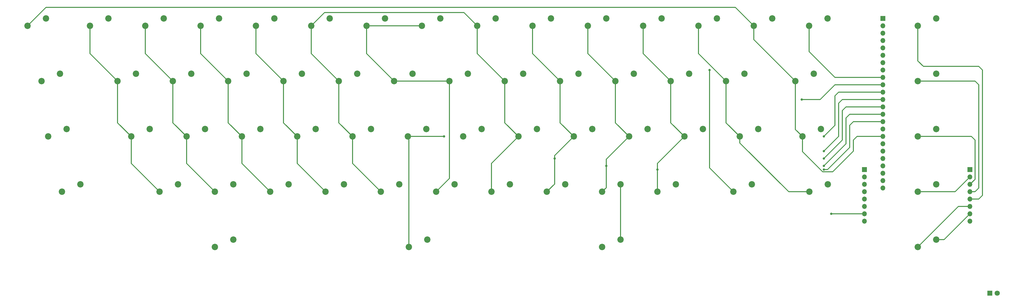
<source format=gbr>
G04 #@! TF.GenerationSoftware,KiCad,Pcbnew,5.0.2+dfsg1-1*
G04 #@! TF.CreationDate,2021-04-26T19:44:06+02:00*
G04 #@! TF.ProjectId,Project Helena,50726f6a-6563-4742-9048-656c656e612e,rev?*
G04 #@! TF.SameCoordinates,Original*
G04 #@! TF.FileFunction,Copper,L1,Top*
G04 #@! TF.FilePolarity,Positive*
%FSLAX46Y46*%
G04 Gerber Fmt 4.6, Leading zero omitted, Abs format (unit mm)*
G04 Created by KiCad (PCBNEW 5.0.2+dfsg1-1) date Mon 26 Apr 2021 07:44:06 PM CEST*
%MOMM*%
%LPD*%
G01*
G04 APERTURE LIST*
G04 #@! TA.AperFunction,ComponentPad*
%ADD10C,2.200000*%
G04 #@! TD*
G04 #@! TA.AperFunction,ComponentPad*
%ADD11R,1.800000X1.800000*%
G04 #@! TD*
G04 #@! TA.AperFunction,ComponentPad*
%ADD12C,1.800000*%
G04 #@! TD*
G04 #@! TA.AperFunction,ComponentPad*
%ADD13O,1.700000X1.700000*%
G04 #@! TD*
G04 #@! TA.AperFunction,ComponentPad*
%ADD14R,1.700000X1.700000*%
G04 #@! TD*
G04 #@! TA.AperFunction,ViaPad*
%ADD15C,0.800000*%
G04 #@! TD*
G04 #@! TA.AperFunction,Conductor*
%ADD16C,0.304800*%
G04 #@! TD*
G04 APERTURE END LIST*
D10*
G04 #@! TO.P,SW63,2*
G04 #@! TO.N,P11*
X237363000Y-158750000D03*
G04 #@! TO.P,SW63,1*
G04 #@! TO.N,P7*
X243713000Y-156210000D03*
G04 #@! TD*
G04 #@! TO.P,SW55,1*
G04 #@! TO.N,P7*
X315087000Y-137160000D03*
G04 #@! TO.P,SW55,2*
G04 #@! TO.N,P16*
X308737000Y-139700000D03*
G04 #@! TD*
G04 #@! TO.P,SW1,1*
G04 #@! TO.N,P1*
X314960000Y-80010000D03*
G04 #@! TO.P,SW1,2*
G04 #@! TO.N,BCS*
X308610000Y-82550000D03*
G04 #@! TD*
D11*
G04 #@! TO.P,D1,1*
G04 #@! TO.N,WIRE_GND*
X370840000Y-174625000D03*
D12*
G04 #@! TO.P,D1,2*
G04 #@! TO.N,WIRE_LED*
X373380000Y-174625000D03*
G04 #@! TD*
D10*
G04 #@! TO.P,SW2,1*
G04 #@! TO.N,P5*
X52959000Y-118110000D03*
G04 #@! TO.P,SW2,2*
G04 #@! TO.N,BCS*
X46609000Y-120650000D03*
G04 #@! TD*
G04 #@! TO.P,SW4,1*
G04 #@! TO.N,P1*
X181610000Y-80010000D03*
G04 #@! TO.P,SW4,2*
G04 #@! TO.N,P10*
X175260000Y-82550000D03*
G04 #@! TD*
G04 #@! TO.P,SW5,2*
G04 #@! TO.N,P10*
X156210000Y-82550000D03*
G04 #@! TO.P,SW5,1*
G04 #@! TO.N,P2*
X162560000Y-80010000D03*
G04 #@! TD*
G04 #@! TO.P,SW6,1*
G04 #@! TO.N,P3*
X191135000Y-99060000D03*
G04 #@! TO.P,SW6,2*
G04 #@! TO.N,P10*
X184785000Y-101600000D03*
G04 #@! TD*
G04 #@! TO.P,SW7,2*
G04 #@! TO.N,P10*
X165735000Y-101600000D03*
G04 #@! TO.P,SW7,1*
G04 #@! TO.N,P4*
X172085000Y-99060000D03*
G04 #@! TD*
G04 #@! TO.P,SW8,1*
G04 #@! TO.N,P7*
X186563000Y-137160000D03*
G04 #@! TO.P,SW8,2*
G04 #@! TO.N,P10*
X180213000Y-139700000D03*
G04 #@! TD*
G04 #@! TO.P,SW9,2*
G04 #@! TO.N,P11*
X189484000Y-120650000D03*
G04 #@! TO.P,SW9,1*
G04 #@! TO.N,P5*
X195834000Y-118110000D03*
G04 #@! TD*
G04 #@! TO.P,SW10,1*
G04 #@! TO.N,P6*
X176784000Y-118110000D03*
G04 #@! TO.P,SW10,2*
G04 #@! TO.N,P11*
X170434000Y-120650000D03*
G04 #@! TD*
G04 #@! TO.P,SW11,2*
G04 #@! TO.N,P11*
X170815000Y-158750000D03*
G04 #@! TO.P,SW11,1*
G04 #@! TO.N,P7*
X177165000Y-156210000D03*
G04 #@! TD*
G04 #@! TO.P,SW12,1*
G04 #@! TO.N,WIRE_P8*
X352425000Y-156210000D03*
G04 #@! TO.P,SW12,2*
G04 #@! TO.N,WIRE_P11*
X346075000Y-158750000D03*
G04 #@! TD*
G04 #@! TO.P,SW13,2*
G04 #@! TO.N,P12*
X194310000Y-82550000D03*
G04 #@! TO.P,SW13,1*
G04 #@! TO.N,P1*
X200660000Y-80010000D03*
G04 #@! TD*
G04 #@! TO.P,SW14,1*
G04 #@! TO.N,P2*
X143510000Y-80010000D03*
G04 #@! TO.P,SW14,2*
G04 #@! TO.N,P12*
X137160000Y-82550000D03*
G04 #@! TD*
G04 #@! TO.P,SW15,2*
G04 #@! TO.N,P12*
X203835000Y-101600000D03*
G04 #@! TO.P,SW15,1*
G04 #@! TO.N,P3*
X210185000Y-99060000D03*
G04 #@! TD*
G04 #@! TO.P,SW16,1*
G04 #@! TO.N,P4*
X153035000Y-99060000D03*
G04 #@! TO.P,SW16,2*
G04 #@! TO.N,P12*
X146685000Y-101600000D03*
G04 #@! TD*
G04 #@! TO.P,SW17,2*
G04 #@! TO.N,P12*
X208534000Y-120650000D03*
G04 #@! TO.P,SW17,1*
G04 #@! TO.N,P5*
X214884000Y-118110000D03*
G04 #@! TD*
G04 #@! TO.P,SW18,1*
G04 #@! TO.N,P6*
X157734000Y-118110000D03*
G04 #@! TO.P,SW18,2*
G04 #@! TO.N,P12*
X151384000Y-120650000D03*
G04 #@! TD*
G04 #@! TO.P,SW19,2*
G04 #@! TO.N,P12*
X199263000Y-139700000D03*
G04 #@! TO.P,SW19,1*
G04 #@! TO.N,P7*
X205613000Y-137160000D03*
G04 #@! TD*
G04 #@! TO.P,SW20,1*
G04 #@! TO.N,P8*
X167513000Y-137160000D03*
G04 #@! TO.P,SW20,2*
G04 #@! TO.N,P12*
X161163000Y-139700000D03*
G04 #@! TD*
G04 #@! TO.P,SW21,2*
G04 #@! TO.N,WIRE_START*
X346075000Y-139700000D03*
G04 #@! TO.P,SW21,1*
G04 #@! TO.N,WIRE_GND*
X352425000Y-137160000D03*
G04 #@! TD*
G04 #@! TO.P,SW22,2*
G04 #@! TO.N,P13*
X213360000Y-82550000D03*
G04 #@! TO.P,SW22,1*
G04 #@! TO.N,P1*
X219710000Y-80010000D03*
G04 #@! TD*
G04 #@! TO.P,SW23,1*
G04 #@! TO.N,P2*
X124460000Y-80010000D03*
G04 #@! TO.P,SW23,2*
G04 #@! TO.N,P13*
X118110000Y-82550000D03*
G04 #@! TD*
G04 #@! TO.P,SW24,2*
G04 #@! TO.N,P13*
X222885000Y-101600000D03*
G04 #@! TO.P,SW24,1*
G04 #@! TO.N,P3*
X229235000Y-99060000D03*
G04 #@! TD*
G04 #@! TO.P,SW25,1*
G04 #@! TO.N,P4*
X133985000Y-99060000D03*
G04 #@! TO.P,SW25,2*
G04 #@! TO.N,P13*
X127635000Y-101600000D03*
G04 #@! TD*
G04 #@! TO.P,SW26,2*
G04 #@! TO.N,P13*
X227584000Y-120650000D03*
G04 #@! TO.P,SW26,1*
G04 #@! TO.N,P5*
X233934000Y-118110000D03*
G04 #@! TD*
G04 #@! TO.P,SW27,1*
G04 #@! TO.N,P6*
X138684000Y-118110000D03*
G04 #@! TO.P,SW27,2*
G04 #@! TO.N,P13*
X132334000Y-120650000D03*
G04 #@! TD*
G04 #@! TO.P,SW28,2*
G04 #@! TO.N,P13*
X218313000Y-139700000D03*
G04 #@! TO.P,SW28,1*
G04 #@! TO.N,P7*
X224663000Y-137160000D03*
G04 #@! TD*
G04 #@! TO.P,SW29,1*
G04 #@! TO.N,P8*
X148463000Y-137160000D03*
G04 #@! TO.P,SW29,2*
G04 #@! TO.N,P13*
X142113000Y-139700000D03*
G04 #@! TD*
G04 #@! TO.P,SW30,1*
G04 #@! TO.N,WIRE_GND*
X352425000Y-118110000D03*
G04 #@! TO.P,SW30,2*
G04 #@! TO.N,WIRE_SELECT*
X346075000Y-120650000D03*
G04 #@! TD*
G04 #@! TO.P,SW31,2*
G04 #@! TO.N,P14*
X232410000Y-82550000D03*
G04 #@! TO.P,SW31,1*
G04 #@! TO.N,P1*
X238760000Y-80010000D03*
G04 #@! TD*
G04 #@! TO.P,SW32,1*
G04 #@! TO.N,P2*
X105410000Y-80010000D03*
G04 #@! TO.P,SW32,2*
G04 #@! TO.N,P14*
X99060000Y-82550000D03*
G04 #@! TD*
G04 #@! TO.P,SW33,2*
G04 #@! TO.N,P14*
X241935000Y-101600000D03*
G04 #@! TO.P,SW33,1*
G04 #@! TO.N,P3*
X248285000Y-99060000D03*
G04 #@! TD*
G04 #@! TO.P,SW34,1*
G04 #@! TO.N,P4*
X114935000Y-99060000D03*
G04 #@! TO.P,SW34,2*
G04 #@! TO.N,P14*
X108585000Y-101600000D03*
G04 #@! TD*
G04 #@! TO.P,SW35,2*
G04 #@! TO.N,P14*
X246634000Y-120650000D03*
G04 #@! TO.P,SW35,1*
G04 #@! TO.N,P5*
X252984000Y-118110000D03*
G04 #@! TD*
G04 #@! TO.P,SW36,1*
G04 #@! TO.N,P6*
X119634000Y-118110000D03*
G04 #@! TO.P,SW36,2*
G04 #@! TO.N,P14*
X113284000Y-120650000D03*
G04 #@! TD*
G04 #@! TO.P,SW37,2*
G04 #@! TO.N,P14*
X237363000Y-139700000D03*
G04 #@! TO.P,SW37,1*
G04 #@! TO.N,P7*
X243713000Y-137160000D03*
G04 #@! TD*
G04 #@! TO.P,SW38,2*
G04 #@! TO.N,P14*
X123063000Y-139700000D03*
G04 #@! TO.P,SW38,1*
G04 #@! TO.N,P8*
X129413000Y-137160000D03*
G04 #@! TD*
G04 #@! TO.P,SW39,1*
G04 #@! TO.N,WIRE_GND*
X352425000Y-99060000D03*
G04 #@! TO.P,SW39,2*
G04 #@! TO.N,WIRE_OPTION*
X346075000Y-101600000D03*
G04 #@! TD*
G04 #@! TO.P,SW40,1*
G04 #@! TO.N,P1*
X257810000Y-80010000D03*
G04 #@! TO.P,SW40,2*
G04 #@! TO.N,P15*
X251460000Y-82550000D03*
G04 #@! TD*
G04 #@! TO.P,SW41,2*
G04 #@! TO.N,P15*
X80010000Y-82550000D03*
G04 #@! TO.P,SW41,1*
G04 #@! TO.N,P2*
X86360000Y-80010000D03*
G04 #@! TD*
G04 #@! TO.P,SW42,1*
G04 #@! TO.N,P3*
X267335000Y-99060000D03*
G04 #@! TO.P,SW42,2*
G04 #@! TO.N,P15*
X260985000Y-101600000D03*
G04 #@! TD*
G04 #@! TO.P,SW43,2*
G04 #@! TO.N,P15*
X89535000Y-101600000D03*
G04 #@! TO.P,SW43,1*
G04 #@! TO.N,P4*
X95885000Y-99060000D03*
G04 #@! TD*
G04 #@! TO.P,SW44,1*
G04 #@! TO.N,P5*
X272034000Y-118110000D03*
G04 #@! TO.P,SW44,2*
G04 #@! TO.N,P15*
X265684000Y-120650000D03*
G04 #@! TD*
G04 #@! TO.P,SW45,2*
G04 #@! TO.N,P15*
X94234000Y-120650000D03*
G04 #@! TO.P,SW45,1*
G04 #@! TO.N,P6*
X100584000Y-118110000D03*
G04 #@! TD*
G04 #@! TO.P,SW46,1*
G04 #@! TO.N,P7*
X262763000Y-137160000D03*
G04 #@! TO.P,SW46,2*
G04 #@! TO.N,P15*
X256413000Y-139700000D03*
G04 #@! TD*
G04 #@! TO.P,SW47,2*
G04 #@! TO.N,P15*
X104013000Y-139700000D03*
G04 #@! TO.P,SW47,1*
G04 #@! TO.N,P8*
X110363000Y-137160000D03*
G04 #@! TD*
G04 #@! TO.P,SW48,1*
G04 #@! TO.N,WIRE_GND*
X352425000Y-80010000D03*
G04 #@! TO.P,SW48,2*
G04 #@! TO.N,WIRE_RESET*
X346075000Y-82550000D03*
G04 #@! TD*
G04 #@! TO.P,SW49,1*
G04 #@! TO.N,P1*
X276860000Y-80010000D03*
G04 #@! TO.P,SW49,2*
G04 #@! TO.N,P16*
X270510000Y-82550000D03*
G04 #@! TD*
G04 #@! TO.P,SW50,2*
G04 #@! TO.N,P16*
X60960000Y-82550000D03*
G04 #@! TO.P,SW50,1*
G04 #@! TO.N,P2*
X67310000Y-80010000D03*
G04 #@! TD*
G04 #@! TO.P,SW51,1*
G04 #@! TO.N,P3*
X286385000Y-99060000D03*
G04 #@! TO.P,SW51,2*
G04 #@! TO.N,P16*
X280035000Y-101600000D03*
G04 #@! TD*
G04 #@! TO.P,SW52,2*
G04 #@! TO.N,P16*
X70485000Y-101600000D03*
G04 #@! TO.P,SW52,1*
G04 #@! TO.N,P4*
X76835000Y-99060000D03*
G04 #@! TD*
G04 #@! TO.P,SW53,1*
G04 #@! TO.N,P5*
X291084000Y-118110000D03*
G04 #@! TO.P,SW53,2*
G04 #@! TO.N,P16*
X284734000Y-120650000D03*
G04 #@! TD*
G04 #@! TO.P,SW54,2*
G04 #@! TO.N,P16*
X75184000Y-120650000D03*
G04 #@! TO.P,SW54,1*
G04 #@! TO.N,P6*
X81534000Y-118110000D03*
G04 #@! TD*
G04 #@! TO.P,SW56,2*
G04 #@! TO.N,P16*
X84963000Y-139700000D03*
G04 #@! TO.P,SW56,1*
G04 #@! TO.N,P8*
X91313000Y-137160000D03*
G04 #@! TD*
G04 #@! TO.P,SW57,1*
G04 #@! TO.N,P1*
X295910000Y-80010000D03*
G04 #@! TO.P,SW57,2*
G04 #@! TO.N,P17*
X289560000Y-82550000D03*
G04 #@! TD*
G04 #@! TO.P,SW58,2*
G04 #@! TO.N,P17*
X39497000Y-82550000D03*
G04 #@! TO.P,SW58,1*
G04 #@! TO.N,P2*
X45847000Y-80010000D03*
G04 #@! TD*
G04 #@! TO.P,SW59,1*
G04 #@! TO.N,P3*
X310261000Y-99060000D03*
G04 #@! TO.P,SW59,2*
G04 #@! TO.N,P17*
X303911000Y-101600000D03*
G04 #@! TD*
G04 #@! TO.P,SW60,2*
G04 #@! TO.N,P17*
X44323000Y-101600000D03*
G04 #@! TO.P,SW60,1*
G04 #@! TO.N,P4*
X50673000Y-99060000D03*
G04 #@! TD*
G04 #@! TO.P,SW61,1*
G04 #@! TO.N,P6*
X312674000Y-118110000D03*
G04 #@! TO.P,SW61,2*
G04 #@! TO.N,P17*
X306324000Y-120650000D03*
G04 #@! TD*
G04 #@! TO.P,SW62,2*
G04 #@! TO.N,P11*
X104013000Y-158750000D03*
G04 #@! TO.P,SW62,1*
G04 #@! TO.N,P7*
X110363000Y-156210000D03*
G04 #@! TD*
G04 #@! TO.P,SW64,1*
G04 #@! TO.N,P8*
X288925000Y-137160000D03*
G04 #@! TO.P,SW64,2*
G04 #@! TO.N,BCS*
X282575000Y-139700000D03*
G04 #@! TD*
G04 #@! TO.P,SW3,1*
G04 #@! TO.N,P8*
X57658000Y-137160000D03*
G04 #@! TO.P,SW3,2*
G04 #@! TO.N,BCS*
X51308000Y-139700000D03*
G04 #@! TD*
D13*
G04 #@! TO.P,J2,8*
G04 #@! TO.N,LED*
X327660000Y-149860000D03*
G04 #@! TO.P,J2,7*
G04 #@! TO.N,P8*
X327660000Y-147320000D03*
G04 #@! TO.P,J2,6*
G04 #@! TO.N,P11*
X327660000Y-144780000D03*
G04 #@! TO.P,J2,5*
G04 #@! TO.N,RESET*
X327660000Y-142240000D03*
G04 #@! TO.P,J2,4*
G04 #@! TO.N,OPTION*
X327660000Y-139700000D03*
G04 #@! TO.P,J2,3*
G04 #@! TO.N,SELECT*
X327660000Y-137160000D03*
G04 #@! TO.P,J2,2*
G04 #@! TO.N,START*
X327660000Y-134620000D03*
D14*
G04 #@! TO.P,J2,1*
G04 #@! TO.N,GND*
X327660000Y-132080000D03*
G04 #@! TD*
G04 #@! TO.P,J3,1*
G04 #@! TO.N,WIRE_GND*
X364000000Y-132080000D03*
D13*
G04 #@! TO.P,J3,2*
G04 #@! TO.N,WIRE_START*
X364000000Y-134620000D03*
G04 #@! TO.P,J3,3*
G04 #@! TO.N,WIRE_SELECT*
X364000000Y-137160000D03*
G04 #@! TO.P,J3,4*
G04 #@! TO.N,WIRE_OPTION*
X364000000Y-139700000D03*
G04 #@! TO.P,J3,5*
G04 #@! TO.N,WIRE_RESET*
X364000000Y-142240000D03*
G04 #@! TO.P,J3,6*
G04 #@! TO.N,WIRE_P11*
X364000000Y-144780000D03*
G04 #@! TO.P,J3,7*
G04 #@! TO.N,WIRE_P8*
X364000000Y-147320000D03*
G04 #@! TO.P,J3,8*
G04 #@! TO.N,WIRE_LED*
X364000000Y-149860000D03*
G04 #@! TD*
D14*
G04 #@! TO.P,J1,1*
G04 #@! TO.N,P1*
X334000000Y-80000000D03*
D13*
G04 #@! TO.P,J1,2*
G04 #@! TO.N,P2*
X334000000Y-82540000D03*
G04 #@! TO.P,J1,3*
G04 #@! TO.N,P3*
X334000000Y-85080000D03*
G04 #@! TO.P,J1,4*
G04 #@! TO.N,P4*
X334000000Y-87620000D03*
G04 #@! TO.P,J1,5*
G04 #@! TO.N,P5*
X334000000Y-90160000D03*
G04 #@! TO.P,J1,6*
G04 #@! TO.N,P6*
X334000000Y-92700000D03*
G04 #@! TO.P,J1,7*
G04 #@! TO.N,P7*
X334000000Y-95240000D03*
G04 #@! TO.P,J1,8*
G04 #@! TO.N,P8*
X334000000Y-97780000D03*
G04 #@! TO.P,J1,9*
G04 #@! TO.N,BCS*
X334000000Y-100320000D03*
G04 #@! TO.P,J1,10*
G04 #@! TO.N,P10*
X334000000Y-102860000D03*
G04 #@! TO.P,J1,11*
G04 #@! TO.N,P11*
X334000000Y-105400000D03*
G04 #@! TO.P,J1,12*
G04 #@! TO.N,P12*
X334000000Y-107940000D03*
G04 #@! TO.P,J1,13*
G04 #@! TO.N,P13*
X334000000Y-110480000D03*
G04 #@! TO.P,J1,14*
G04 #@! TO.N,P14*
X334000000Y-113020000D03*
G04 #@! TO.P,J1,15*
G04 #@! TO.N,P15*
X334000000Y-115560000D03*
G04 #@! TO.P,J1,16*
G04 #@! TO.N,P16*
X334000000Y-118100000D03*
G04 #@! TO.P,J1,17*
G04 #@! TO.N,P17*
X334000000Y-120640000D03*
G04 #@! TO.P,J1,18*
G04 #@! TO.N,GND*
X334000000Y-123180000D03*
G04 #@! TO.P,J1,19*
G04 #@! TO.N,N/C*
X334000000Y-125720000D03*
G04 #@! TO.P,J1,20*
G04 #@! TO.N,START*
X334000000Y-128260000D03*
G04 #@! TO.P,J1,21*
G04 #@! TO.N,SELECT*
X334000000Y-130800000D03*
G04 #@! TO.P,J1,22*
G04 #@! TO.N,OPTION*
X334000000Y-133340000D03*
G04 #@! TO.P,J1,23*
G04 #@! TO.N,RESET*
X334000000Y-135880000D03*
G04 #@! TO.P,J1,24*
G04 #@! TO.N,LED*
X334000000Y-138420000D03*
G04 #@! TD*
D15*
G04 #@! TO.N,P8*
X316230000Y-147320000D03*
G04 #@! TO.N,BCS*
X274320000Y-97790000D03*
G04 #@! TO.N,P10*
X306070000Y-107950000D03*
G04 #@! TO.N,P11*
X182880000Y-120650000D03*
X313690000Y-120650000D03*
G04 #@! TO.N,P12*
X313690000Y-125730000D03*
G04 #@! TO.N,P13*
X220980000Y-128270000D03*
X313690000Y-128270000D03*
G04 #@! TO.N,P14*
X238760000Y-130810000D03*
X313690000Y-130810000D03*
G04 #@! TO.N,P15*
X256413000Y-132080000D03*
X313690000Y-132080000D03*
G04 #@! TD*
D16*
G04 #@! TO.N,P7*
X243713000Y-137160000D02*
X243713000Y-156210000D01*
G04 #@! TO.N,P8*
X316230000Y-147320000D02*
X327660000Y-147320000D01*
G04 #@! TO.N,BCS*
X282575000Y-139700000D02*
X274320000Y-131445000D01*
X274320000Y-131445000D02*
X274320000Y-97790000D01*
X333990000Y-100330000D02*
X334000000Y-100320000D01*
X308610000Y-82550000D02*
X308610000Y-91440000D01*
X317500000Y-100330000D02*
X333990000Y-100330000D01*
X308610000Y-91440000D02*
X317500000Y-100330000D01*
G04 #@! TO.N,P10*
X175260000Y-82550000D02*
X156210000Y-82550000D01*
X156210000Y-92075000D02*
X165735000Y-101600000D01*
X156210000Y-82550000D02*
X156210000Y-92075000D01*
X165735000Y-101600000D02*
X184785000Y-101600000D01*
X184785000Y-135128000D02*
X180213000Y-139700000D01*
X184785000Y-101600000D02*
X184785000Y-135128000D01*
X333990000Y-102870000D02*
X334000000Y-102860000D01*
X317500000Y-102870000D02*
X333990000Y-102870000D01*
X306070000Y-107950000D02*
X312420000Y-107950000D01*
X312420000Y-107950000D02*
X317500000Y-102870000D01*
G04 #@! TO.N,P11*
X170815000Y-121031000D02*
X170434000Y-120650000D01*
X170815000Y-158750000D02*
X170815000Y-121031000D01*
X170434000Y-120650000D02*
X182880000Y-120650000D01*
X333990000Y-105410000D02*
X334000000Y-105400000D01*
X318770000Y-105410000D02*
X333990000Y-105410000D01*
X317500000Y-106680000D02*
X318770000Y-105410000D01*
X313690000Y-120650000D02*
X317500000Y-116840000D01*
X317500000Y-116840000D02*
X317500000Y-106680000D01*
G04 #@! TO.N,P12*
X151384000Y-129921000D02*
X151384000Y-120650000D01*
X161163000Y-139700000D02*
X151384000Y-129921000D01*
X146685000Y-115951000D02*
X146685000Y-101600000D01*
X151384000Y-120650000D02*
X146685000Y-115951000D01*
X137160000Y-92075000D02*
X137160000Y-82550000D01*
X146685000Y-101600000D02*
X137160000Y-92075000D01*
X194310000Y-92075000D02*
X203835000Y-101600000D01*
X194310000Y-82550000D02*
X194310000Y-92075000D01*
X203835000Y-115951000D02*
X208534000Y-120650000D01*
X203835000Y-101600000D02*
X203835000Y-115951000D01*
X199263000Y-129921000D02*
X199263000Y-139700000D01*
X208534000Y-120650000D02*
X199263000Y-129921000D01*
X141731989Y-77978011D02*
X137160000Y-82550000D01*
X194310000Y-82550000D02*
X189738011Y-77978011D01*
X189738011Y-77978011D02*
X141731989Y-77978011D01*
X333990000Y-107950000D02*
X334000000Y-107940000D01*
X320040000Y-107950000D02*
X333990000Y-107950000D01*
X318770000Y-109220000D02*
X320040000Y-107950000D01*
X313690000Y-125730000D02*
X318770000Y-120650000D01*
X318770000Y-120650000D02*
X318770000Y-109220000D01*
G04 #@! TO.N,P13*
X132334000Y-129921000D02*
X132334000Y-120650000D01*
X142113000Y-139700000D02*
X132334000Y-129921000D01*
X127635000Y-115951000D02*
X132334000Y-120650000D01*
X127635000Y-101600000D02*
X127635000Y-115951000D01*
X118110000Y-92075000D02*
X127635000Y-101600000D01*
X118110000Y-82550000D02*
X118110000Y-92075000D01*
X222885000Y-115951000D02*
X222885000Y-101600000D01*
X227584000Y-120650000D02*
X222885000Y-115951000D01*
X213360000Y-92075000D02*
X222885000Y-101600000D01*
X213360000Y-82550000D02*
X213360000Y-92075000D01*
X227584000Y-120650000D02*
X220980000Y-127254000D01*
X220980000Y-127254000D02*
X220980000Y-128270000D01*
X220980000Y-137033000D02*
X218313000Y-139700000D01*
X220980000Y-128270000D02*
X220980000Y-137033000D01*
X333990000Y-110490000D02*
X334000000Y-110480000D01*
X320040000Y-111760000D02*
X321310000Y-110490000D01*
X313690000Y-128270000D02*
X320040000Y-121920000D01*
X321310000Y-110490000D02*
X333990000Y-110490000D01*
X320040000Y-121920000D02*
X320040000Y-111760000D01*
G04 #@! TO.N,P14*
X99060000Y-92075000D02*
X108585000Y-101600000D01*
X99060000Y-82550000D02*
X99060000Y-92075000D01*
X108585000Y-115951000D02*
X113284000Y-120650000D01*
X108585000Y-101600000D02*
X108585000Y-115951000D01*
X113284000Y-129921000D02*
X123063000Y-139700000D01*
X113284000Y-120650000D02*
X113284000Y-129921000D01*
X232410000Y-92075000D02*
X241935000Y-101600000D01*
X232410000Y-82550000D02*
X232410000Y-92075000D01*
X241935000Y-115951000D02*
X246634000Y-120650000D01*
X241935000Y-101600000D02*
X241935000Y-115951000D01*
X246634000Y-120650000D02*
X238760000Y-128524000D01*
X238760000Y-128524000D02*
X238760000Y-130810000D01*
X238760000Y-138303000D02*
X237363000Y-139700000D01*
X238760000Y-130810000D02*
X238760000Y-138303000D01*
X322590000Y-113020000D02*
X334000000Y-113020000D01*
X321310000Y-114300000D02*
X322590000Y-113020000D01*
X313690000Y-130810000D02*
X321310000Y-123190000D01*
X321310000Y-123190000D02*
X321310000Y-114300000D01*
G04 #@! TO.N,P15*
X94234000Y-129921000D02*
X94234000Y-120650000D01*
X104013000Y-139700000D02*
X94234000Y-129921000D01*
X89535000Y-115951000D02*
X89535000Y-101600000D01*
X94234000Y-120650000D02*
X89535000Y-115951000D01*
X80010000Y-92075000D02*
X80010000Y-82550000D01*
X89535000Y-101600000D02*
X80010000Y-92075000D01*
X256413000Y-129921000D02*
X265684000Y-120650000D01*
X260985000Y-115951000D02*
X260985000Y-101600000D01*
X265684000Y-120650000D02*
X260985000Y-115951000D01*
X251460000Y-92075000D02*
X251460000Y-82550000D01*
X260985000Y-101600000D02*
X251460000Y-92075000D01*
X256413000Y-132080000D02*
X256413000Y-129921000D01*
X256413000Y-139700000D02*
X256413000Y-132080000D01*
X323860000Y-115560000D02*
X334000000Y-115560000D01*
X322580000Y-116840000D02*
X323860000Y-115560000D01*
X322580000Y-124460000D02*
X322580000Y-116840000D01*
X313690000Y-132080000D02*
X314960000Y-132080000D01*
X314960000Y-132080000D02*
X322580000Y-124460000D01*
G04 #@! TO.N,P16*
X60960000Y-92075000D02*
X70485000Y-101600000D01*
X60960000Y-82550000D02*
X60960000Y-92075000D01*
X70485000Y-115951000D02*
X75184000Y-120650000D01*
X70485000Y-101600000D02*
X70485000Y-115951000D01*
X75184000Y-129921000D02*
X84963000Y-139700000D01*
X75184000Y-120650000D02*
X75184000Y-129921000D01*
X270510000Y-92075000D02*
X270510000Y-82550000D01*
X280035000Y-101600000D02*
X270510000Y-92075000D01*
X280035000Y-115951000D02*
X284734000Y-120650000D01*
X280035000Y-101600000D02*
X280035000Y-115951000D01*
X301567710Y-139700000D02*
X308737000Y-139700000D01*
X284734000Y-122866290D02*
X301567710Y-139700000D01*
X284734000Y-120650000D02*
X284734000Y-122866290D01*
G04 #@! TO.N,P17*
X303911000Y-118237000D02*
X303911000Y-101600000D01*
X306324000Y-120650000D02*
X303911000Y-118237000D01*
X289560000Y-87249000D02*
X289560000Y-82550000D01*
X303911000Y-101600000D02*
X289560000Y-87249000D01*
X45847000Y-76200000D02*
X39497000Y-82550000D01*
X289560000Y-82550000D02*
X283210000Y-76200000D01*
X283210000Y-76200000D02*
X45847000Y-76200000D01*
X325130000Y-120640000D02*
X334000000Y-120640000D01*
X306324000Y-120650000D02*
X306324000Y-125832290D01*
X313327311Y-132835601D02*
X316744399Y-132835601D01*
X316744399Y-132835601D02*
X323850000Y-125730000D01*
X323850000Y-125730000D02*
X323850000Y-121920000D01*
X306324000Y-125832290D02*
X313327311Y-132835601D01*
X323850000Y-121920000D02*
X325130000Y-120640000D01*
G04 #@! TO.N,WIRE_START*
X358920000Y-139700000D02*
X364000000Y-134620000D01*
X346075000Y-139700000D02*
X358920000Y-139700000D01*
G04 #@! TO.N,WIRE_SELECT*
X364490000Y-120650000D02*
X346075000Y-120650000D01*
X365760000Y-121920000D02*
X364490000Y-120650000D01*
X364000000Y-137160000D02*
X365760000Y-135400000D01*
X365760000Y-135400000D02*
X365760000Y-121920000D01*
G04 #@! TO.N,WIRE_OPTION*
X364000000Y-139700000D02*
X365760000Y-139700000D01*
X365760000Y-139700000D02*
X367030000Y-138430000D01*
X367030000Y-138430000D02*
X367030000Y-102870000D01*
X367030000Y-102870000D02*
X365760000Y-101600000D01*
X365760000Y-101600000D02*
X346075000Y-101600000D01*
G04 #@! TO.N,WIRE_RESET*
X346075000Y-94615000D02*
X346075000Y-82550000D01*
X367030000Y-142240000D02*
X368300000Y-140970000D01*
X364000000Y-142240000D02*
X367030000Y-142240000D01*
X368300000Y-97790000D02*
X367030000Y-96520000D01*
X367030000Y-96520000D02*
X347980000Y-96520000D01*
X368300000Y-140970000D02*
X368300000Y-97790000D01*
X347980000Y-96520000D02*
X346075000Y-94615000D01*
G04 #@! TO.N,WIRE_P11*
X360045000Y-144780000D02*
X346075000Y-158750000D01*
X364000000Y-144780000D02*
X360045000Y-144780000D01*
G04 #@! TO.N,WIRE_P8*
X355110000Y-156210000D02*
X352425000Y-156210000D01*
X364000000Y-147320000D02*
X355110000Y-156210000D01*
G04 #@! TD*
M02*

</source>
